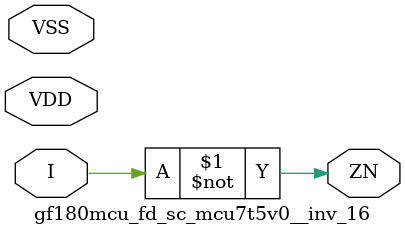
<source format=v>

module gf180mcu_fd_sc_mcu7t5v0__inv_16( I, ZN, VDD, VSS );
input I;
inout VDD, VSS;
output ZN;

	not MGM_BG_0( ZN, I );

endmodule

</source>
